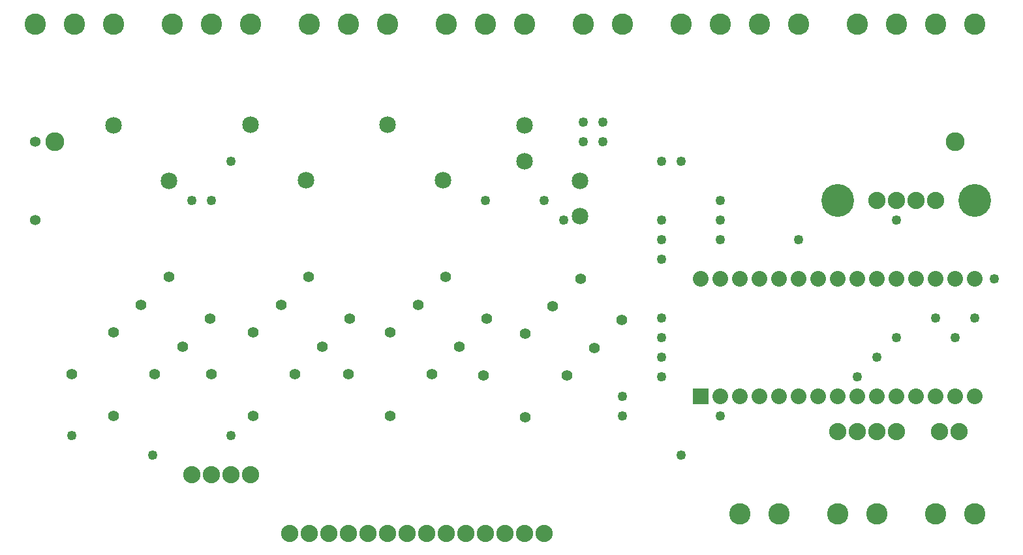
<source format=gbs>
G04 MADE WITH FRITZING*
G04 WWW.FRITZING.ORG*
G04 DOUBLE SIDED*
G04 HOLES PLATED*
G04 CONTOUR ON CENTER OF CONTOUR VECTOR*
%ASAXBY*%
%FSLAX23Y23*%
%MOIN*%
%OFA0B0*%
%SFA1.0B1.0*%
%ADD10C,0.096614*%
%ADD11C,0.167480*%
%ADD12C,0.088000*%
%ADD13C,0.049370*%
%ADD14C,0.053307*%
%ADD15C,0.080000*%
%ADD16C,0.109055*%
%ADD17C,0.055000*%
%ADD18C,0.085000*%
%ADD19R,0.080000X0.079972*%
%ADD20C,0.030000*%
%LNMASK0*%
G90*
G70*
G54D10*
X4908Y2280D03*
X308Y2280D03*
G54D11*
X5008Y1980D03*
X4308Y1980D03*
G54D12*
X4808Y1980D03*
X4708Y1980D03*
X4608Y1980D03*
X4508Y1980D03*
G54D13*
X4608Y1880D03*
X3008Y2380D03*
X1108Y1980D03*
X3108Y2380D03*
X808Y680D03*
X3408Y2180D03*
X2808Y1980D03*
X2908Y1880D03*
X3508Y2180D03*
X3008Y2280D03*
X2508Y1980D03*
X1208Y780D03*
X3508Y680D03*
X3708Y880D03*
G54D14*
X208Y1880D03*
X208Y2280D03*
G54D13*
X1208Y2180D03*
X1008Y1980D03*
X395Y780D03*
X3408Y1880D03*
X3408Y1780D03*
X3408Y1680D03*
X3708Y1980D03*
X3708Y1880D03*
X3708Y1780D03*
X3408Y1080D03*
X4408Y1080D03*
X4508Y1180D03*
X3408Y1180D03*
X3208Y880D03*
X3208Y980D03*
X3408Y1280D03*
X4608Y1280D03*
X3408Y1380D03*
X5108Y1580D03*
X5008Y1380D03*
X4108Y1780D03*
X3108Y2280D03*
G54D12*
X1308Y580D03*
X1208Y580D03*
X1108Y580D03*
X1008Y580D03*
X4608Y800D03*
X4508Y800D03*
X4408Y800D03*
X4308Y800D03*
X4928Y800D03*
X4828Y800D03*
G54D13*
X4808Y1380D03*
X4908Y1280D03*
G54D15*
X3608Y980D03*
X3708Y980D03*
X3808Y980D03*
X3908Y980D03*
X4008Y980D03*
X4108Y980D03*
X4208Y980D03*
X4308Y980D03*
X4408Y980D03*
X4508Y980D03*
X4608Y980D03*
X4708Y980D03*
X4808Y980D03*
X4908Y980D03*
X5008Y980D03*
X3608Y1580D03*
X3708Y1580D03*
X3808Y1580D03*
X3908Y1580D03*
X4008Y1580D03*
X4108Y1580D03*
X4208Y1580D03*
X4308Y1580D03*
X4408Y1580D03*
X4508Y1580D03*
X4608Y1580D03*
X4708Y1580D03*
X4808Y1580D03*
X4908Y1580D03*
X5008Y1580D03*
G54D16*
X3208Y2880D03*
X3008Y2880D03*
X4108Y2880D03*
X3908Y2880D03*
X3708Y2880D03*
X3508Y2880D03*
X5008Y2880D03*
X4808Y2880D03*
X4608Y2880D03*
X4408Y2880D03*
X2708Y2880D03*
X2508Y2880D03*
X2308Y2880D03*
X2008Y2880D03*
X1808Y2880D03*
X1608Y2880D03*
X1308Y2880D03*
X1108Y2880D03*
X908Y2880D03*
X608Y2880D03*
X408Y2880D03*
X208Y2880D03*
X4308Y380D03*
X4508Y380D03*
X4808Y380D03*
X5008Y380D03*
X3808Y380D03*
X4008Y380D03*
G54D17*
X2924Y1085D03*
X2995Y1580D03*
X2853Y1438D03*
X2712Y1297D03*
X2500Y1085D03*
X2712Y873D03*
X3065Y1226D03*
X3207Y1368D03*
X2234Y1092D03*
X2305Y1587D03*
X2164Y1445D03*
X2022Y1304D03*
X1810Y1092D03*
X2022Y880D03*
X2376Y1233D03*
X2517Y1375D03*
X820Y1092D03*
X891Y1587D03*
X750Y1445D03*
X608Y1304D03*
X396Y1092D03*
X608Y880D03*
X962Y1233D03*
X1103Y1375D03*
X1534Y1092D03*
X1605Y1587D03*
X1464Y1445D03*
X1322Y1304D03*
X1110Y1092D03*
X1322Y880D03*
X1676Y1233D03*
X1817Y1375D03*
G54D18*
X2708Y2362D03*
X2991Y2079D03*
X2008Y2364D03*
X2291Y2081D03*
X1308Y2364D03*
X1591Y2081D03*
X608Y2363D03*
X891Y2080D03*
X2708Y2180D03*
X2991Y1897D03*
G54D12*
X2808Y280D03*
X2708Y280D03*
X2608Y280D03*
X2508Y280D03*
X2408Y280D03*
X2308Y280D03*
X2208Y280D03*
X2108Y280D03*
X2008Y280D03*
X1908Y280D03*
X1808Y280D03*
X1708Y280D03*
X1608Y280D03*
X1508Y280D03*
G54D19*
X3608Y980D03*
G54D20*
G36*
X3248Y2840D02*
X3169Y2840D01*
X3169Y2919D01*
X3248Y2919D01*
X3248Y2840D01*
G37*
D02*
G36*
X4148Y2840D02*
X4069Y2840D01*
X4069Y2919D01*
X4148Y2919D01*
X4148Y2840D01*
G37*
D02*
G36*
X5048Y2840D02*
X4969Y2840D01*
X4969Y2919D01*
X5048Y2919D01*
X5048Y2840D01*
G37*
D02*
G36*
X2748Y2840D02*
X2669Y2840D01*
X2669Y2919D01*
X2748Y2919D01*
X2748Y2840D01*
G37*
D02*
G36*
X2048Y2840D02*
X1969Y2840D01*
X1969Y2919D01*
X2048Y2919D01*
X2048Y2840D01*
G37*
D02*
G36*
X1348Y2840D02*
X1269Y2840D01*
X1269Y2919D01*
X1348Y2919D01*
X1348Y2840D01*
G37*
D02*
G36*
X648Y2840D02*
X569Y2840D01*
X569Y2919D01*
X648Y2919D01*
X648Y2840D01*
G37*
D02*
G36*
X4269Y419D02*
X4348Y419D01*
X4348Y340D01*
X4269Y340D01*
X4269Y419D01*
G37*
D02*
G36*
X4769Y419D02*
X4848Y419D01*
X4848Y340D01*
X4769Y340D01*
X4769Y419D01*
G37*
D02*
G36*
X3769Y419D02*
X3848Y419D01*
X3848Y340D01*
X3769Y340D01*
X3769Y419D01*
G37*
D02*
G04 End of Mask0*
M02*
</source>
